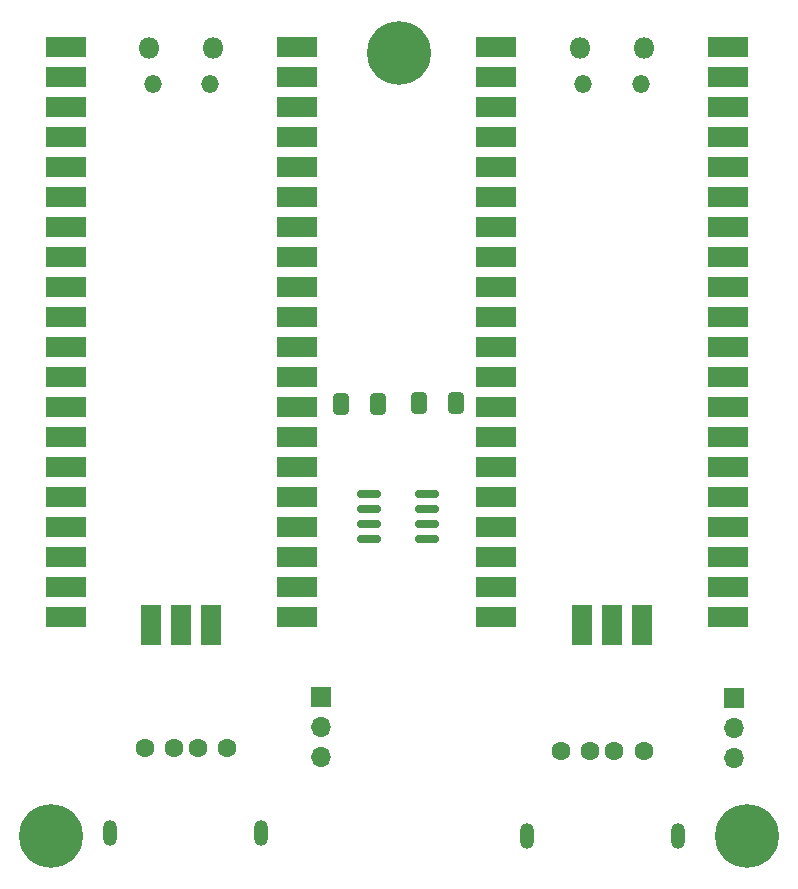
<source format=gts>
G04 #@! TF.GenerationSoftware,KiCad,Pcbnew,7.0.10+1*
G04 #@! TF.CreationDate,2024-02-25T17:50:53-05:00*
G04 #@! TF.ProjectId,DeskHop_JLCPCB,4465736b-486f-4705-9f4a-4c435043422e,rev?*
G04 #@! TF.SameCoordinates,Original*
G04 #@! TF.FileFunction,Soldermask,Top*
G04 #@! TF.FilePolarity,Negative*
%FSLAX46Y46*%
G04 Gerber Fmt 4.6, Leading zero omitted, Abs format (unit mm)*
G04 Created by KiCad (PCBNEW 7.0.10+1) date 2024-02-25 17:50:53*
%MOMM*%
%LPD*%
G01*
G04 APERTURE LIST*
G04 Aperture macros list*
%AMRoundRect*
0 Rectangle with rounded corners*
0 $1 Rounding radius*
0 $2 $3 $4 $5 $6 $7 $8 $9 X,Y pos of 4 corners*
0 Add a 4 corners polygon primitive as box body*
4,1,4,$2,$3,$4,$5,$6,$7,$8,$9,$2,$3,0*
0 Add four circle primitives for the rounded corners*
1,1,$1+$1,$2,$3*
1,1,$1+$1,$4,$5*
1,1,$1+$1,$6,$7*
1,1,$1+$1,$8,$9*
0 Add four rect primitives between the rounded corners*
20,1,$1+$1,$2,$3,$4,$5,0*
20,1,$1+$1,$4,$5,$6,$7,0*
20,1,$1+$1,$6,$7,$8,$9,0*
20,1,$1+$1,$8,$9,$2,$3,0*%
G04 Aperture macros list end*
%ADD10O,1.800000X1.800000*%
%ADD11O,1.500000X1.500000*%
%ADD12R,3.500000X1.700000*%
%ADD13R,1.700000X3.500000*%
%ADD14C,3.100000*%
%ADD15C,5.400000*%
%ADD16RoundRect,0.250000X-0.412500X-0.650000X0.412500X-0.650000X0.412500X0.650000X-0.412500X0.650000X0*%
%ADD17C,1.600000*%
%ADD18O,1.200000X2.200000*%
%ADD19R,1.700000X1.700000*%
%ADD20O,1.700000X1.700000*%
%ADD21RoundRect,0.150000X-0.825000X-0.150000X0.825000X-0.150000X0.825000X0.150000X-0.825000X0.150000X0*%
%ADD22RoundRect,0.250000X0.412500X0.650000X-0.412500X0.650000X-0.412500X-0.650000X0.412500X-0.650000X0*%
G04 APERTURE END LIST*
D10*
X82619000Y-44834000D03*
D11*
X82919000Y-47864000D03*
X87769000Y-47864000D03*
D10*
X88069000Y-44834000D03*
D12*
X75554000Y-44704000D03*
X75554000Y-47244000D03*
X75554000Y-49784000D03*
X75554000Y-52324000D03*
X75554000Y-54864000D03*
X75554000Y-57404000D03*
X75554000Y-59944000D03*
X75554000Y-62484000D03*
X75554000Y-65024000D03*
X75554000Y-67564000D03*
X75554000Y-70104000D03*
X75554000Y-72644000D03*
X75554000Y-75184000D03*
X75554000Y-77724000D03*
X75554000Y-80264000D03*
X75554000Y-82804000D03*
X75554000Y-85344000D03*
X75554000Y-87884000D03*
X75554000Y-90424000D03*
X75554000Y-92964000D03*
X95134000Y-92964000D03*
X95134000Y-90424000D03*
X95134000Y-87884000D03*
X95134000Y-85344000D03*
X95134000Y-82804000D03*
X95134000Y-80264000D03*
X95134000Y-77724000D03*
X95134000Y-75184000D03*
X95134000Y-72644000D03*
X95134000Y-70104000D03*
X95134000Y-67564000D03*
X95134000Y-65024000D03*
X95134000Y-62484000D03*
X95134000Y-59944000D03*
X95134000Y-57404000D03*
X95134000Y-54864000D03*
X95134000Y-52324000D03*
X95134000Y-49784000D03*
X95134000Y-47244000D03*
X95134000Y-44704000D03*
D13*
X82804000Y-93634000D03*
X85344000Y-93634000D03*
X87884000Y-93634000D03*
D10*
X46160523Y-44818249D03*
D11*
X46460523Y-47848249D03*
X51310523Y-47848249D03*
D10*
X51610523Y-44818249D03*
D12*
X39095523Y-44688249D03*
X39095523Y-47228249D03*
X39095523Y-49768249D03*
X39095523Y-52308249D03*
X39095523Y-54848249D03*
X39095523Y-57388249D03*
X39095523Y-59928249D03*
X39095523Y-62468249D03*
X39095523Y-65008249D03*
X39095523Y-67548249D03*
X39095523Y-70088249D03*
X39095523Y-72628249D03*
X39095523Y-75168249D03*
X39095523Y-77708249D03*
X39095523Y-80248249D03*
X39095523Y-82788249D03*
X39095523Y-85328249D03*
X39095523Y-87868249D03*
X39095523Y-90408249D03*
X39095523Y-92948249D03*
X58675523Y-92948249D03*
X58675523Y-90408249D03*
X58675523Y-87868249D03*
X58675523Y-85328249D03*
X58675523Y-82788249D03*
X58675523Y-80248249D03*
X58675523Y-77708249D03*
X58675523Y-75168249D03*
X58675523Y-72628249D03*
X58675523Y-70088249D03*
X58675523Y-67548249D03*
X58675523Y-65008249D03*
X58675523Y-62468249D03*
X58675523Y-59928249D03*
X58675523Y-57388249D03*
X58675523Y-54848249D03*
X58675523Y-52308249D03*
X58675523Y-49768249D03*
X58675523Y-47228249D03*
X58675523Y-44688249D03*
D13*
X46345523Y-93618249D03*
X48885523Y-93618249D03*
X51425523Y-93618249D03*
D14*
X67310000Y-45212000D03*
D15*
X67310000Y-45212000D03*
D16*
X69041691Y-74877665D03*
X72166691Y-74877665D03*
D17*
X45773500Y-104033500D03*
X48273500Y-104033500D03*
X50273500Y-104033500D03*
X52773500Y-104033500D03*
D18*
X55673500Y-111233500D03*
X42873500Y-111233500D03*
D19*
X95667537Y-99795757D03*
D20*
X95667537Y-102335757D03*
X95667537Y-104875757D03*
D14*
X96774000Y-111506000D03*
D15*
X96774000Y-111506000D03*
D17*
X81032000Y-104306000D03*
X83532000Y-104306000D03*
X85532000Y-104306000D03*
X88032000Y-104306000D03*
D18*
X90932000Y-111506000D03*
X78132000Y-111506000D03*
D14*
X37846000Y-111506000D03*
D15*
X37846000Y-111506000D03*
D21*
X64753070Y-82571110D03*
X64753070Y-83841110D03*
X64753070Y-85111110D03*
X64753070Y-86381110D03*
X69703070Y-86381110D03*
X69703070Y-85111110D03*
X69703070Y-83841110D03*
X69703070Y-82571110D03*
D19*
X60731042Y-99717876D03*
D20*
X60731042Y-102257876D03*
X60731042Y-104797876D03*
D22*
X65572536Y-74929999D03*
X62447536Y-74929999D03*
M02*

</source>
